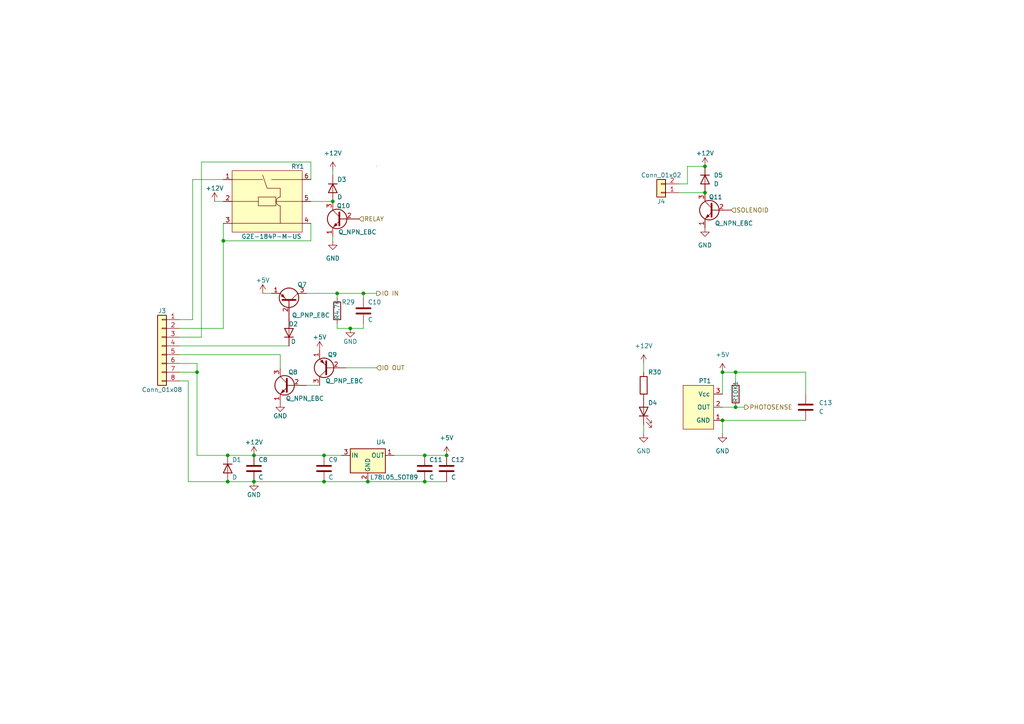
<source format=kicad_sch>
(kicad_sch (version 20211123) (generator eeschema)

  (uuid 8cb04db4-7021-4b01-bea4-9dd70c6b74e3)

  (paper "A4")

  (lib_symbols
    (symbol "Connector_Generic:Conn_01x02" (pin_names (offset 1.016) hide) (in_bom yes) (on_board yes)
      (property "Reference" "J" (id 0) (at 0 2.54 0)
        (effects (font (size 1.27 1.27)))
      )
      (property "Value" "Conn_01x02" (id 1) (at 0 -5.08 0)
        (effects (font (size 1.27 1.27)))
      )
      (property "Footprint" "" (id 2) (at 0 0 0)
        (effects (font (size 1.27 1.27)) hide)
      )
      (property "Datasheet" "~" (id 3) (at 0 0 0)
        (effects (font (size 1.27 1.27)) hide)
      )
      (property "ki_keywords" "connector" (id 4) (at 0 0 0)
        (effects (font (size 1.27 1.27)) hide)
      )
      (property "ki_description" "Generic connector, single row, 01x02, script generated (kicad-library-utils/schlib/autogen/connector/)" (id 5) (at 0 0 0)
        (effects (font (size 1.27 1.27)) hide)
      )
      (property "ki_fp_filters" "Connector*:*_1x??_*" (id 6) (at 0 0 0)
        (effects (font (size 1.27 1.27)) hide)
      )
      (symbol "Conn_01x02_1_1"
        (rectangle (start -1.27 -2.413) (end 0 -2.667)
          (stroke (width 0.1524) (type default) (color 0 0 0 0))
          (fill (type none))
        )
        (rectangle (start -1.27 0.127) (end 0 -0.127)
          (stroke (width 0.1524) (type default) (color 0 0 0 0))
          (fill (type none))
        )
        (rectangle (start -1.27 1.27) (end 1.27 -3.81)
          (stroke (width 0.254) (type default) (color 0 0 0 0))
          (fill (type background))
        )
        (pin passive line (at -5.08 0 0) (length 3.81)
          (name "Pin_1" (effects (font (size 1.27 1.27))))
          (number "1" (effects (font (size 1.27 1.27))))
        )
        (pin passive line (at -5.08 -2.54 0) (length 3.81)
          (name "Pin_2" (effects (font (size 1.27 1.27))))
          (number "2" (effects (font (size 1.27 1.27))))
        )
      )
    )
    (symbol "Connector_Generic:Conn_01x08" (pin_names (offset 1.016) hide) (in_bom yes) (on_board yes)
      (property "Reference" "J" (id 0) (at 0 10.16 0)
        (effects (font (size 1.27 1.27)))
      )
      (property "Value" "Conn_01x08" (id 1) (at 0 -12.7 0)
        (effects (font (size 1.27 1.27)))
      )
      (property "Footprint" "" (id 2) (at 0 0 0)
        (effects (font (size 1.27 1.27)) hide)
      )
      (property "Datasheet" "~" (id 3) (at 0 0 0)
        (effects (font (size 1.27 1.27)) hide)
      )
      (property "ki_keywords" "connector" (id 4) (at 0 0 0)
        (effects (font (size 1.27 1.27)) hide)
      )
      (property "ki_description" "Generic connector, single row, 01x08, script generated (kicad-library-utils/schlib/autogen/connector/)" (id 5) (at 0 0 0)
        (effects (font (size 1.27 1.27)) hide)
      )
      (property "ki_fp_filters" "Connector*:*_1x??_*" (id 6) (at 0 0 0)
        (effects (font (size 1.27 1.27)) hide)
      )
      (symbol "Conn_01x08_1_1"
        (rectangle (start -1.27 -10.033) (end 0 -10.287)
          (stroke (width 0.1524) (type default) (color 0 0 0 0))
          (fill (type none))
        )
        (rectangle (start -1.27 -7.493) (end 0 -7.747)
          (stroke (width 0.1524) (type default) (color 0 0 0 0))
          (fill (type none))
        )
        (rectangle (start -1.27 -4.953) (end 0 -5.207)
          (stroke (width 0.1524) (type default) (color 0 0 0 0))
          (fill (type none))
        )
        (rectangle (start -1.27 -2.413) (end 0 -2.667)
          (stroke (width 0.1524) (type default) (color 0 0 0 0))
          (fill (type none))
        )
        (rectangle (start -1.27 0.127) (end 0 -0.127)
          (stroke (width 0.1524) (type default) (color 0 0 0 0))
          (fill (type none))
        )
        (rectangle (start -1.27 2.667) (end 0 2.413)
          (stroke (width 0.1524) (type default) (color 0 0 0 0))
          (fill (type none))
        )
        (rectangle (start -1.27 5.207) (end 0 4.953)
          (stroke (width 0.1524) (type default) (color 0 0 0 0))
          (fill (type none))
        )
        (rectangle (start -1.27 7.747) (end 0 7.493)
          (stroke (width 0.1524) (type default) (color 0 0 0 0))
          (fill (type none))
        )
        (rectangle (start -1.27 8.89) (end 1.27 -11.43)
          (stroke (width 0.254) (type default) (color 0 0 0 0))
          (fill (type background))
        )
        (pin passive line (at -5.08 7.62 0) (length 3.81)
          (name "Pin_1" (effects (font (size 1.27 1.27))))
          (number "1" (effects (font (size 1.27 1.27))))
        )
        (pin passive line (at -5.08 5.08 0) (length 3.81)
          (name "Pin_2" (effects (font (size 1.27 1.27))))
          (number "2" (effects (font (size 1.27 1.27))))
        )
        (pin passive line (at -5.08 2.54 0) (length 3.81)
          (name "Pin_3" (effects (font (size 1.27 1.27))))
          (number "3" (effects (font (size 1.27 1.27))))
        )
        (pin passive line (at -5.08 0 0) (length 3.81)
          (name "Pin_4" (effects (font (size 1.27 1.27))))
          (number "4" (effects (font (size 1.27 1.27))))
        )
        (pin passive line (at -5.08 -2.54 0) (length 3.81)
          (name "Pin_5" (effects (font (size 1.27 1.27))))
          (number "5" (effects (font (size 1.27 1.27))))
        )
        (pin passive line (at -5.08 -5.08 0) (length 3.81)
          (name "Pin_6" (effects (font (size 1.27 1.27))))
          (number "6" (effects (font (size 1.27 1.27))))
        )
        (pin passive line (at -5.08 -7.62 0) (length 3.81)
          (name "Pin_7" (effects (font (size 1.27 1.27))))
          (number "7" (effects (font (size 1.27 1.27))))
        )
        (pin passive line (at -5.08 -10.16 0) (length 3.81)
          (name "Pin_8" (effects (font (size 1.27 1.27))))
          (number "8" (effects (font (size 1.27 1.27))))
        )
      )
    )
    (symbol "Device:C" (pin_numbers hide) (pin_names (offset 0.254)) (in_bom yes) (on_board yes)
      (property "Reference" "C" (id 0) (at 0.635 2.54 0)
        (effects (font (size 1.27 1.27)) (justify left))
      )
      (property "Value" "C" (id 1) (at 0.635 -2.54 0)
        (effects (font (size 1.27 1.27)) (justify left))
      )
      (property "Footprint" "" (id 2) (at 0.9652 -3.81 0)
        (effects (font (size 1.27 1.27)) hide)
      )
      (property "Datasheet" "~" (id 3) (at 0 0 0)
        (effects (font (size 1.27 1.27)) hide)
      )
      (property "ki_keywords" "cap capacitor" (id 4) (at 0 0 0)
        (effects (font (size 1.27 1.27)) hide)
      )
      (property "ki_description" "Unpolarized capacitor" (id 5) (at 0 0 0)
        (effects (font (size 1.27 1.27)) hide)
      )
      (property "ki_fp_filters" "C_*" (id 6) (at 0 0 0)
        (effects (font (size 1.27 1.27)) hide)
      )
      (symbol "C_0_1"
        (polyline
          (pts
            (xy -2.032 -0.762)
            (xy 2.032 -0.762)
          )
          (stroke (width 0.508) (type default) (color 0 0 0 0))
          (fill (type none))
        )
        (polyline
          (pts
            (xy -2.032 0.762)
            (xy 2.032 0.762)
          )
          (stroke (width 0.508) (type default) (color 0 0 0 0))
          (fill (type none))
        )
      )
      (symbol "C_1_1"
        (pin passive line (at 0 3.81 270) (length 2.794)
          (name "~" (effects (font (size 1.27 1.27))))
          (number "1" (effects (font (size 1.27 1.27))))
        )
        (pin passive line (at 0 -3.81 90) (length 2.794)
          (name "~" (effects (font (size 1.27 1.27))))
          (number "2" (effects (font (size 1.27 1.27))))
        )
      )
    )
    (symbol "Device:D" (pin_numbers hide) (pin_names (offset 1.016) hide) (in_bom yes) (on_board yes)
      (property "Reference" "D" (id 0) (at 0 2.54 0)
        (effects (font (size 1.27 1.27)))
      )
      (property "Value" "D" (id 1) (at 0 -2.54 0)
        (effects (font (size 1.27 1.27)))
      )
      (property "Footprint" "" (id 2) (at 0 0 0)
        (effects (font (size 1.27 1.27)) hide)
      )
      (property "Datasheet" "~" (id 3) (at 0 0 0)
        (effects (font (size 1.27 1.27)) hide)
      )
      (property "ki_keywords" "diode" (id 4) (at 0 0 0)
        (effects (font (size 1.27 1.27)) hide)
      )
      (property "ki_description" "Diode" (id 5) (at 0 0 0)
        (effects (font (size 1.27 1.27)) hide)
      )
      (property "ki_fp_filters" "TO-???* *_Diode_* *SingleDiode* D_*" (id 6) (at 0 0 0)
        (effects (font (size 1.27 1.27)) hide)
      )
      (symbol "D_0_1"
        (polyline
          (pts
            (xy -1.27 1.27)
            (xy -1.27 -1.27)
          )
          (stroke (width 0.254) (type default) (color 0 0 0 0))
          (fill (type none))
        )
        (polyline
          (pts
            (xy 1.27 0)
            (xy -1.27 0)
          )
          (stroke (width 0) (type default) (color 0 0 0 0))
          (fill (type none))
        )
        (polyline
          (pts
            (xy 1.27 1.27)
            (xy 1.27 -1.27)
            (xy -1.27 0)
            (xy 1.27 1.27)
          )
          (stroke (width 0.254) (type default) (color 0 0 0 0))
          (fill (type none))
        )
      )
      (symbol "D_1_1"
        (pin passive line (at -3.81 0 0) (length 2.54)
          (name "K" (effects (font (size 1.27 1.27))))
          (number "1" (effects (font (size 1.27 1.27))))
        )
        (pin passive line (at 3.81 0 180) (length 2.54)
          (name "A" (effects (font (size 1.27 1.27))))
          (number "2" (effects (font (size 1.27 1.27))))
        )
      )
    )
    (symbol "Device:LED" (pin_numbers hide) (pin_names (offset 1.016) hide) (in_bom yes) (on_board yes)
      (property "Reference" "D" (id 0) (at 0 2.54 0)
        (effects (font (size 1.27 1.27)))
      )
      (property "Value" "LED" (id 1) (at 0 -2.54 0)
        (effects (font (size 1.27 1.27)))
      )
      (property "Footprint" "" (id 2) (at 0 0 0)
        (effects (font (size 1.27 1.27)) hide)
      )
      (property "Datasheet" "~" (id 3) (at 0 0 0)
        (effects (font (size 1.27 1.27)) hide)
      )
      (property "ki_keywords" "LED diode" (id 4) (at 0 0 0)
        (effects (font (size 1.27 1.27)) hide)
      )
      (property "ki_description" "Light emitting diode" (id 5) (at 0 0 0)
        (effects (font (size 1.27 1.27)) hide)
      )
      (property "ki_fp_filters" "LED* LED_SMD:* LED_THT:*" (id 6) (at 0 0 0)
        (effects (font (size 1.27 1.27)) hide)
      )
      (symbol "LED_0_1"
        (polyline
          (pts
            (xy -1.27 -1.27)
            (xy -1.27 1.27)
          )
          (stroke (width 0.254) (type default) (color 0 0 0 0))
          (fill (type none))
        )
        (polyline
          (pts
            (xy -1.27 0)
            (xy 1.27 0)
          )
          (stroke (width 0) (type default) (color 0 0 0 0))
          (fill (type none))
        )
        (polyline
          (pts
            (xy 1.27 -1.27)
            (xy 1.27 1.27)
            (xy -1.27 0)
            (xy 1.27 -1.27)
          )
          (stroke (width 0.254) (type default) (color 0 0 0 0))
          (fill (type none))
        )
        (polyline
          (pts
            (xy -3.048 -0.762)
            (xy -4.572 -2.286)
            (xy -3.81 -2.286)
            (xy -4.572 -2.286)
            (xy -4.572 -1.524)
          )
          (stroke (width 0) (type default) (color 0 0 0 0))
          (fill (type none))
        )
        (polyline
          (pts
            (xy -1.778 -0.762)
            (xy -3.302 -2.286)
            (xy -2.54 -2.286)
            (xy -3.302 -2.286)
            (xy -3.302 -1.524)
          )
          (stroke (width 0) (type default) (color 0 0 0 0))
          (fill (type none))
        )
      )
      (symbol "LED_1_1"
        (pin passive line (at -3.81 0 0) (length 2.54)
          (name "K" (effects (font (size 1.27 1.27))))
          (number "1" (effects (font (size 1.27 1.27))))
        )
        (pin passive line (at 3.81 0 180) (length 2.54)
          (name "A" (effects (font (size 1.27 1.27))))
          (number "2" (effects (font (size 1.27 1.27))))
        )
      )
    )
    (symbol "Device:Q_NPN_EBC" (pin_names (offset 0) hide) (in_bom yes) (on_board yes)
      (property "Reference" "Q" (id 0) (at 5.08 1.27 0)
        (effects (font (size 1.27 1.27)) (justify left))
      )
      (property "Value" "Q_NPN_EBC" (id 1) (at 5.08 -1.27 0)
        (effects (font (size 1.27 1.27)) (justify left))
      )
      (property "Footprint" "" (id 2) (at 5.08 2.54 0)
        (effects (font (size 1.27 1.27)) hide)
      )
      (property "Datasheet" "~" (id 3) (at 0 0 0)
        (effects (font (size 1.27 1.27)) hide)
      )
      (property "ki_keywords" "transistor NPN" (id 4) (at 0 0 0)
        (effects (font (size 1.27 1.27)) hide)
      )
      (property "ki_description" "NPN transistor, emitter/base/collector" (id 5) (at 0 0 0)
        (effects (font (size 1.27 1.27)) hide)
      )
      (symbol "Q_NPN_EBC_0_1"
        (polyline
          (pts
            (xy 0.635 0.635)
            (xy 2.54 2.54)
          )
          (stroke (width 0) (type default) (color 0 0 0 0))
          (fill (type none))
        )
        (polyline
          (pts
            (xy 0.635 -0.635)
            (xy 2.54 -2.54)
            (xy 2.54 -2.54)
          )
          (stroke (width 0) (type default) (color 0 0 0 0))
          (fill (type none))
        )
        (polyline
          (pts
            (xy 0.635 1.905)
            (xy 0.635 -1.905)
            (xy 0.635 -1.905)
          )
          (stroke (width 0.508) (type default) (color 0 0 0 0))
          (fill (type none))
        )
        (polyline
          (pts
            (xy 1.27 -1.778)
            (xy 1.778 -1.27)
            (xy 2.286 -2.286)
            (xy 1.27 -1.778)
            (xy 1.27 -1.778)
          )
          (stroke (width 0) (type default) (color 0 0 0 0))
          (fill (type outline))
        )
        (circle (center 1.27 0) (radius 2.8194)
          (stroke (width 0.254) (type default) (color 0 0 0 0))
          (fill (type none))
        )
      )
      (symbol "Q_NPN_EBC_1_1"
        (pin passive line (at 2.54 -5.08 90) (length 2.54)
          (name "E" (effects (font (size 1.27 1.27))))
          (number "1" (effects (font (size 1.27 1.27))))
        )
        (pin passive line (at -5.08 0 0) (length 5.715)
          (name "B" (effects (font (size 1.27 1.27))))
          (number "2" (effects (font (size 1.27 1.27))))
        )
        (pin passive line (at 2.54 5.08 270) (length 2.54)
          (name "C" (effects (font (size 1.27 1.27))))
          (number "3" (effects (font (size 1.27 1.27))))
        )
      )
    )
    (symbol "Device:Q_PNP_EBC" (pin_names (offset 0) hide) (in_bom yes) (on_board yes)
      (property "Reference" "Q" (id 0) (at 5.08 1.27 0)
        (effects (font (size 1.27 1.27)) (justify left))
      )
      (property "Value" "Q_PNP_EBC" (id 1) (at 5.08 -1.27 0)
        (effects (font (size 1.27 1.27)) (justify left))
      )
      (property "Footprint" "" (id 2) (at 5.08 2.54 0)
        (effects (font (size 1.27 1.27)) hide)
      )
      (property "Datasheet" "~" (id 3) (at 0 0 0)
        (effects (font (size 1.27 1.27)) hide)
      )
      (property "ki_keywords" "transistor PNP" (id 4) (at 0 0 0)
        (effects (font (size 1.27 1.27)) hide)
      )
      (property "ki_description" "PNP transistor, emitter/base/collector" (id 5) (at 0 0 0)
        (effects (font (size 1.27 1.27)) hide)
      )
      (symbol "Q_PNP_EBC_0_1"
        (polyline
          (pts
            (xy 0.635 0.635)
            (xy 2.54 2.54)
          )
          (stroke (width 0) (type default) (color 0 0 0 0))
          (fill (type none))
        )
        (polyline
          (pts
            (xy 0.635 -0.635)
            (xy 2.54 -2.54)
            (xy 2.54 -2.54)
          )
          (stroke (width 0) (type default) (color 0 0 0 0))
          (fill (type none))
        )
        (polyline
          (pts
            (xy 0.635 1.905)
            (xy 0.635 -1.905)
            (xy 0.635 -1.905)
          )
          (stroke (width 0.508) (type default) (color 0 0 0 0))
          (fill (type none))
        )
        (polyline
          (pts
            (xy 2.286 -1.778)
            (xy 1.778 -2.286)
            (xy 1.27 -1.27)
            (xy 2.286 -1.778)
            (xy 2.286 -1.778)
          )
          (stroke (width 0) (type default) (color 0 0 0 0))
          (fill (type outline))
        )
        (circle (center 1.27 0) (radius 2.8194)
          (stroke (width 0.254) (type default) (color 0 0 0 0))
          (fill (type none))
        )
      )
      (symbol "Q_PNP_EBC_1_1"
        (pin passive line (at 2.54 -5.08 90) (length 2.54)
          (name "E" (effects (font (size 1.27 1.27))))
          (number "1" (effects (font (size 1.27 1.27))))
        )
        (pin input line (at -5.08 0 0) (length 5.715)
          (name "B" (effects (font (size 1.27 1.27))))
          (number "2" (effects (font (size 1.27 1.27))))
        )
        (pin passive line (at 2.54 5.08 270) (length 2.54)
          (name "C" (effects (font (size 1.27 1.27))))
          (number "3" (effects (font (size 1.27 1.27))))
        )
      )
    )
    (symbol "Device:R" (pin_numbers hide) (pin_names (offset 0)) (in_bom yes) (on_board yes)
      (property "Reference" "R" (id 0) (at 2.032 0 90)
        (effects (font (size 1.27 1.27)))
      )
      (property "Value" "R" (id 1) (at 0 0 90)
        (effects (font (size 1.27 1.27)))
      )
      (property "Footprint" "" (id 2) (at -1.778 0 90)
        (effects (font (size 1.27 1.27)) hide)
      )
      (property "Datasheet" "~" (id 3) (at 0 0 0)
        (effects (font (size 1.27 1.27)) hide)
      )
      (property "ki_keywords" "R res resistor" (id 4) (at 0 0 0)
        (effects (font (size 1.27 1.27)) hide)
      )
      (property "ki_description" "Resistor" (id 5) (at 0 0 0)
        (effects (font (size 1.27 1.27)) hide)
      )
      (property "ki_fp_filters" "R_*" (id 6) (at 0 0 0)
        (effects (font (size 1.27 1.27)) hide)
      )
      (symbol "R_0_1"
        (rectangle (start -1.016 -2.54) (end 1.016 2.54)
          (stroke (width 0.254) (type default) (color 0 0 0 0))
          (fill (type none))
        )
      )
      (symbol "R_1_1"
        (pin passive line (at 0 3.81 270) (length 1.27)
          (name "~" (effects (font (size 1.27 1.27))))
          (number "1" (effects (font (size 1.27 1.27))))
        )
        (pin passive line (at 0 -3.81 90) (length 1.27)
          (name "~" (effects (font (size 1.27 1.27))))
          (number "2" (effects (font (size 1.27 1.27))))
        )
      )
    )
    (symbol "Regulator_Linear:L78L05_SOT89" (pin_names (offset 0.254)) (in_bom yes) (on_board yes)
      (property "Reference" "U" (id 0) (at -3.81 3.175 0)
        (effects (font (size 1.27 1.27)))
      )
      (property "Value" "L78L05_SOT89" (id 1) (at -0.635 3.175 0)
        (effects (font (size 1.27 1.27)) (justify left))
      )
      (property "Footprint" "Package_TO_SOT_SMD:SOT-89-3" (id 2) (at 0 5.08 0)
        (effects (font (size 1.27 1.27) italic) hide)
      )
      (property "Datasheet" "http://www.st.com/content/ccc/resource/technical/document/datasheet/15/55/e5/aa/23/5b/43/fd/CD00000446.pdf/files/CD00000446.pdf/jcr:content/translations/en.CD00000446.pdf" (id 3) (at 0 -1.27 0)
        (effects (font (size 1.27 1.27)) hide)
      )
      (property "ki_keywords" "Voltage Regulator 100mA Positive" (id 4) (at 0 0 0)
        (effects (font (size 1.27 1.27)) hide)
      )
      (property "ki_description" "Positive 100mA 30V Linear Regulator, Fixed Output 5V, SOT-89" (id 5) (at 0 0 0)
        (effects (font (size 1.27 1.27)) hide)
      )
      (property "ki_fp_filters" "SOT?89*" (id 6) (at 0 0 0)
        (effects (font (size 1.27 1.27)) hide)
      )
      (symbol "L78L05_SOT89_0_1"
        (rectangle (start -5.08 1.905) (end 5.08 -5.08)
          (stroke (width 0.254) (type default) (color 0 0 0 0))
          (fill (type background))
        )
      )
      (symbol "L78L05_SOT89_1_1"
        (pin power_out line (at 7.62 0 180) (length 2.54)
          (name "OUT" (effects (font (size 1.27 1.27))))
          (number "1" (effects (font (size 1.27 1.27))))
        )
        (pin power_in line (at 0 -7.62 90) (length 2.54)
          (name "GND" (effects (font (size 1.27 1.27))))
          (number "2" (effects (font (size 1.27 1.27))))
        )
        (pin power_in line (at -7.62 0 0) (length 2.54)
          (name "IN" (effects (font (size 1.27 1.27))))
          (number "3" (effects (font (size 1.27 1.27))))
        )
      )
    )
    (symbol "power:+12V" (power) (pin_names (offset 0)) (in_bom yes) (on_board yes)
      (property "Reference" "#PWR" (id 0) (at 0 -3.81 0)
        (effects (font (size 1.27 1.27)) hide)
      )
      (property "Value" "+12V" (id 1) (at 0 3.556 0)
        (effects (font (size 1.27 1.27)))
      )
      (property "Footprint" "" (id 2) (at 0 0 0)
        (effects (font (size 1.27 1.27)) hide)
      )
      (property "Datasheet" "" (id 3) (at 0 0 0)
        (effects (font (size 1.27 1.27)) hide)
      )
      (property "ki_keywords" "power-flag" (id 4) (at 0 0 0)
        (effects (font (size 1.27 1.27)) hide)
      )
      (property "ki_description" "Power symbol creates a global label with name \"+12V\"" (id 5) (at 0 0 0)
        (effects (font (size 1.27 1.27)) hide)
      )
      (symbol "+12V_0_1"
        (polyline
          (pts
            (xy -0.762 1.27)
            (xy 0 2.54)
          )
          (stroke (width 0) (type default) (color 0 0 0 0))
          (fill (type none))
        )
        (polyline
          (pts
            (xy 0 0)
            (xy 0 2.54)
          )
          (stroke (width 0) (type default) (color 0 0 0 0))
          (fill (type none))
        )
        (polyline
          (pts
            (xy 0 2.54)
            (xy 0.762 1.27)
          )
          (stroke (width 0) (type default) (color 0 0 0 0))
          (fill (type none))
        )
      )
      (symbol "+12V_1_1"
        (pin power_in line (at 0 0 90) (length 0) hide
          (name "+12V" (effects (font (size 1.27 1.27))))
          (number "1" (effects (font (size 1.27 1.27))))
        )
      )
    )
    (symbol "power:+5V" (power) (pin_names (offset 0)) (in_bom yes) (on_board yes)
      (property "Reference" "#PWR" (id 0) (at 0 -3.81 0)
        (effects (font (size 1.27 1.27)) hide)
      )
      (property "Value" "+5V" (id 1) (at 0 3.556 0)
        (effects (font (size 1.27 1.27)))
      )
      (property "Footprint" "" (id 2) (at 0 0 0)
        (effects (font (size 1.27 1.27)) hide)
      )
      (property "Datasheet" "" (id 3) (at 0 0 0)
        (effects (font (size 1.27 1.27)) hide)
      )
      (property "ki_keywords" "power-flag" (id 4) (at 0 0 0)
        (effects (font (size 1.27 1.27)) hide)
      )
      (property "ki_description" "Power symbol creates a global label with name \"+5V\"" (id 5) (at 0 0 0)
        (effects (font (size 1.27 1.27)) hide)
      )
      (symbol "+5V_0_1"
        (polyline
          (pts
            (xy -0.762 1.27)
            (xy 0 2.54)
          )
          (stroke (width 0) (type default) (color 0 0 0 0))
          (fill (type none))
        )
        (polyline
          (pts
            (xy 0 0)
            (xy 0 2.54)
          )
          (stroke (width 0) (type default) (color 0 0 0 0))
          (fill (type none))
        )
        (polyline
          (pts
            (xy 0 2.54)
            (xy 0.762 1.27)
          )
          (stroke (width 0) (type default) (color 0 0 0 0))
          (fill (type none))
        )
      )
      (symbol "+5V_1_1"
        (pin power_in line (at 0 0 90) (length 0) hide
          (name "+5V" (effects (font (size 1.27 1.27))))
          (number "1" (effects (font (size 1.27 1.27))))
        )
      )
    )
    (symbol "power:GND" (power) (pin_names (offset 0)) (in_bom yes) (on_board yes)
      (property "Reference" "#PWR" (id 0) (at 0 -6.35 0)
        (effects (font (size 1.27 1.27)) hide)
      )
      (property "Value" "GND" (id 1) (at 0 -3.81 0)
        (effects (font (size 1.27 1.27)))
      )
      (property "Footprint" "" (id 2) (at 0 0 0)
        (effects (font (size 1.27 1.27)) hide)
      )
      (property "Datasheet" "" (id 3) (at 0 0 0)
        (effects (font (size 1.27 1.27)) hide)
      )
      (property "ki_keywords" "power-flag" (id 4) (at 0 0 0)
        (effects (font (size 1.27 1.27)) hide)
      )
      (property "ki_description" "Power symbol creates a global label with name \"GND\" , ground" (id 5) (at 0 0 0)
        (effects (font (size 1.27 1.27)) hide)
      )
      (symbol "GND_0_1"
        (polyline
          (pts
            (xy 0 0)
            (xy 0 -1.27)
            (xy 1.27 -1.27)
            (xy 0 -2.54)
            (xy -1.27 -1.27)
            (xy 0 -1.27)
          )
          (stroke (width 0) (type default) (color 0 0 0 0))
          (fill (type none))
        )
      )
      (symbol "GND_1_1"
        (pin power_in line (at 0 0 270) (length 0) hide
          (name "GND" (effects (font (size 1.27 1.27))))
          (number "1" (effects (font (size 1.27 1.27))))
        )
      )
    )
    (symbol "symbols:G2E-184P-M-US" (pin_names (offset 1)) (in_bom yes) (on_board yes)
      (property "Reference" "RY" (id 0) (at 6.35 10.16 0)
        (effects (font (size 1.27 1.27)))
      )
      (property "Value" "G2E-184P-M-US" (id 1) (at 0 -10.16 0)
        (effects (font (size 1.27 1.27)))
      )
      (property "Footprint" "" (id 2) (at 0 0 0)
        (effects (font (size 1.27 1.27)) hide)
      )
      (property "Datasheet" "" (id 3) (at 0 0 0)
        (effects (font (size 1.27 1.27)) hide)
      )
      (symbol "G2E-184P-M-US_0_1"
        (rectangle (start -10.16 8.89) (end 10.16 -8.89)
          (stroke (width 0) (type default) (color 0 0 0 0))
          (fill (type background))
        )
        (polyline
          (pts
            (xy -10.16 -6.35)
            (xy 10.16 -6.35)
          )
          (stroke (width 0) (type default) (color 0 0 0 0))
          (fill (type none))
        )
        (polyline
          (pts
            (xy -10.16 6.35)
            (xy -1.27 6.35)
          )
          (stroke (width 0) (type default) (color 0 0 0 0))
          (fill (type none))
        )
        (polyline
          (pts
            (xy 1.27 6.35)
            (xy 10.16 6.35)
          )
          (stroke (width 0) (type default) (color 0 0 0 0))
          (fill (type none))
        )
        (polyline
          (pts
            (xy 3.81 -1.27)
            (xy 3.81 -6.35)
          )
          (stroke (width 0) (type default) (color 0 0 0 0))
          (fill (type none))
        )
        (polyline
          (pts
            (xy -2.54 0)
            (xy -2.54 -1.27)
            (xy 2.54 -1.27)
            (xy 2.54 0)
          )
          (stroke (width 0) (type default) (color 0 0 0 0))
          (fill (type none))
        )
        (polyline
          (pts
            (xy -1.27 7.62)
            (xy 0 3.81)
            (xy 3.81 3.81)
            (xy 3.81 1.27)
          )
          (stroke (width 0) (type default) (color 0 0 0 0))
          (fill (type none))
        )
        (polyline
          (pts
            (xy 10.16 0)
            (xy 2.54 0)
            (xy 2.54 1.27)
            (xy -2.54 1.27)
            (xy -2.54 0)
            (xy -10.16 0)
          )
          (stroke (width 0) (type default) (color 0 0 0 0))
          (fill (type none))
        )
        (arc (start 3.81 1.27) (mid 2.4481 0) (end 3.81 -1.27)
          (stroke (width 0) (type default) (color 0 0 0 0))
          (fill (type none))
        )
        (rectangle (start 31.75 10.16) (end 31.75 10.16)
          (stroke (width 0) (type default) (color 0 0 0 0))
          (fill (type none))
        )
      )
      (symbol "G2E-184P-M-US_1_1"
        (pin bidirectional line (at -12.7 6.35 0) (length 2.54)
          (name "" (effects (font (size 1.27 1.27))))
          (number "1" (effects (font (size 1.27 1.27))))
        )
        (pin bidirectional line (at -12.7 0 0) (length 2.54)
          (name "" (effects (font (size 1.27 1.27))))
          (number "2" (effects (font (size 1.27 1.27))))
        )
        (pin bidirectional line (at -12.7 -6.35 0) (length 2.54)
          (name "" (effects (font (size 1.27 1.27))))
          (number "3" (effects (font (size 1.27 1.27))))
        )
        (pin bidirectional line (at 12.7 -6.35 180) (length 2.54)
          (name "" (effects (font (size 1.27 1.27))))
          (number "4" (effects (font (size 1.27 1.27))))
        )
        (pin bidirectional line (at 12.7 0 180) (length 2.54)
          (name "" (effects (font (size 1.27 1.27))))
          (number "5" (effects (font (size 1.27 1.27))))
        )
        (pin bidirectional line (at 12.7 6.35 180) (length 2.54)
          (name "" (effects (font (size 1.27 1.27))))
          (number "6" (effects (font (size 1.27 1.27))))
        )
      )
    )
    (symbol "symbols:Photoswitch" (pin_names (offset 1)) (in_bom yes) (on_board yes)
      (property "Reference" "PT" (id 0) (at 0 7.62 0)
        (effects (font (size 1.27 1.27)))
      )
      (property "Value" "Photoswitch" (id 1) (at -3.81 -7.62 0)
        (effects (font (size 1.27 1.27)))
      )
      (property "Footprint" "" (id 2) (at 0 0 0)
        (effects (font (size 1.27 1.27)) hide)
      )
      (property "Datasheet" "" (id 3) (at 0 0 0)
        (effects (font (size 1.27 1.27)) hide)
      )
      (symbol "Photoswitch_0_1"
        (rectangle (start -7.62 6.35) (end 1.27 -6.35)
          (stroke (width 0) (type default) (color 0 0 0 0))
          (fill (type background))
        )
      )
      (symbol "Photoswitch_1_1"
        (pin input line (at -10.16 3.81 0) (length 2.54)
          (name "GND" (effects (font (size 1.27 1.27))))
          (number "1" (effects (font (size 1.27 1.27))))
        )
        (pin open_collector line (at -10.16 0 0) (length 2.54)
          (name "OUT" (effects (font (size 1.27 1.27))))
          (number "2" (effects (font (size 1.27 1.27))))
        )
        (pin input line (at -10.16 -3.81 0) (length 2.54)
          (name "Vcc" (effects (font (size 1.27 1.27))))
          (number "3" (effects (font (size 1.27 1.27))))
        )
      )
    )
  )


  (junction (at 209.55 107.95) (diameter 0) (color 0 0 0 0)
    (uuid 041dd78d-9ddc-49a8-9068-a6f6cc915a0b)
  )
  (junction (at 204.47 48.26) (diameter 0) (color 0 0 0 0)
    (uuid 1b86ffa2-bfe7-4957-8922-7504395e125f)
  )
  (junction (at 66.04 132.08) (diameter 0) (color 0 0 0 0)
    (uuid 235acee1-ef8f-4323-afc6-5b0a97c47fb0)
  )
  (junction (at 123.19 132.08) (diameter 0) (color 0 0 0 0)
    (uuid 255f5730-02a3-47b3-a689-ede26dccc3c2)
  )
  (junction (at 209.55 121.92) (diameter 0) (color 0 0 0 0)
    (uuid 333be995-87b9-4b78-91b0-65b04e41166f)
  )
  (junction (at 101.6 95.25) (diameter 0) (color 0 0 0 0)
    (uuid 3e80eb00-9ca5-4568-86ca-7735d2d9cdaa)
  )
  (junction (at 213.36 118.11) (diameter 0) (color 0 0 0 0)
    (uuid 468443c2-14de-4441-8337-623e37267895)
  )
  (junction (at 213.36 107.95) (diameter 0) (color 0 0 0 0)
    (uuid 51f66861-46b4-4b4b-b796-2b26003e7de3)
  )
  (junction (at 93.98 139.7) (diameter 0) (color 0 0 0 0)
    (uuid 6b38e96d-eca6-408b-baaa-eb80c92844d7)
  )
  (junction (at 66.04 139.7) (diameter 0) (color 0 0 0 0)
    (uuid 91ab6d8f-f378-4e36-a9af-1bfcb9f7dbd6)
  )
  (junction (at 123.19 139.7) (diameter 0) (color 0 0 0 0)
    (uuid 9f0bd58a-8ec5-4a4f-91a3-b94c0968f5bb)
  )
  (junction (at 64.77 69.85) (diameter 0) (color 0 0 0 0)
    (uuid 9fb398dc-b9a3-492d-b6c7-f69f28c13301)
  )
  (junction (at 93.98 132.08) (diameter 0) (color 0 0 0 0)
    (uuid ab7d64e3-fc67-4e3b-9248-4bf8bb63b8fb)
  )
  (junction (at 204.47 55.88) (diameter 0) (color 0 0 0 0)
    (uuid bb13556f-4555-4d38-80a1-05ceef83ec56)
  )
  (junction (at 105.41 85.09) (diameter 0) (color 0 0 0 0)
    (uuid bd7fd639-9215-4224-9fc7-3a7781f5ceb9)
  )
  (junction (at 96.52 58.42) (diameter 0) (color 0 0 0 0)
    (uuid c88e8bce-beea-4c5b-8c10-f726f1beb882)
  )
  (junction (at 129.54 132.08) (diameter 0) (color 0 0 0 0)
    (uuid c9bfdf8d-d566-4193-a09e-c91dbb39697d)
  )
  (junction (at 73.66 139.7) (diameter 0) (color 0 0 0 0)
    (uuid dcc4c630-6f4d-4720-9ddb-03fc56b17e28)
  )
  (junction (at 97.79 85.09) (diameter 0) (color 0 0 0 0)
    (uuid e3f4b16e-6781-4eaf-be21-2e9afba875fb)
  )
  (junction (at 57.15 107.95) (diameter 0) (color 0 0 0 0)
    (uuid e7fc908a-b1bd-460d-95d3-36c5bdc08de2)
  )
  (junction (at 106.68 139.7) (diameter 0) (color 0 0 0 0)
    (uuid f3003f56-3294-4126-b438-081175802911)
  )
  (junction (at 73.66 132.08) (diameter 0) (color 0 0 0 0)
    (uuid f6c32433-8ff1-48e9-a2ec-b1bcf3525d8d)
  )

  (wire (pts (xy 66.04 139.7) (xy 73.66 139.7))
    (stroke (width 0) (type default) (color 0 0 0 0))
    (uuid 02e760d2-5f7b-4bfe-b478-8fd846d6070d)
  )
  (wire (pts (xy 114.3 132.08) (xy 123.19 132.08))
    (stroke (width 0) (type default) (color 0 0 0 0))
    (uuid 0759c516-7275-48ac-aa8c-f273b822e309)
  )
  (wire (pts (xy 93.98 139.7) (xy 106.68 139.7))
    (stroke (width 0) (type default) (color 0 0 0 0))
    (uuid 09f6d9ff-2533-49fa-b336-6afb4475c9cd)
  )
  (wire (pts (xy 209.55 121.92) (xy 209.55 125.73))
    (stroke (width 0) (type default) (color 0 0 0 0))
    (uuid 0dada5e3-d715-44aa-bedf-af9832dd7b9c)
  )
  (wire (pts (xy 233.68 107.95) (xy 233.68 114.3))
    (stroke (width 0) (type default) (color 0 0 0 0))
    (uuid 10a0cc31-f160-4bdb-a02e-31924d744ade)
  )
  (wire (pts (xy 123.19 132.08) (xy 129.54 132.08))
    (stroke (width 0) (type default) (color 0 0 0 0))
    (uuid 131568ab-b30d-44a4-a5a2-acf414aa5a73)
  )
  (wire (pts (xy 105.41 85.09) (xy 109.22 85.09))
    (stroke (width 0) (type default) (color 0 0 0 0))
    (uuid 1504b552-2875-41f4-b844-89da48c00eab)
  )
  (wire (pts (xy 88.9 85.09) (xy 97.79 85.09))
    (stroke (width 0) (type default) (color 0 0 0 0))
    (uuid 1a8c18ea-42e7-48e5-b3a5-65d6900db033)
  )
  (wire (pts (xy 73.66 132.08) (xy 93.98 132.08))
    (stroke (width 0) (type default) (color 0 0 0 0))
    (uuid 1da22e8b-466d-4291-ae65-7c8ad08a586f)
  )
  (wire (pts (xy 64.77 69.85) (xy 64.77 95.25))
    (stroke (width 0) (type default) (color 0 0 0 0))
    (uuid 2125b83c-c2c7-4bcf-bc9a-4b643624b68e)
  )
  (wire (pts (xy 57.15 105.41) (xy 57.15 107.95))
    (stroke (width 0) (type default) (color 0 0 0 0))
    (uuid 224a7381-c749-4654-8a03-11a51beb8dc7)
  )
  (wire (pts (xy 209.55 118.11) (xy 213.36 118.11))
    (stroke (width 0) (type default) (color 0 0 0 0))
    (uuid 346fecdd-bd2f-4c33-8950-49a2e79784e9)
  )
  (wire (pts (xy 209.55 121.92) (xy 233.68 121.92))
    (stroke (width 0) (type default) (color 0 0 0 0))
    (uuid 356945fa-767f-4dad-800d-c2695af0d915)
  )
  (wire (pts (xy 88.9 111.76) (xy 92.71 111.76))
    (stroke (width 0) (type default) (color 0 0 0 0))
    (uuid 3644daf4-a8f0-4457-b1a9-3f0edf933280)
  )
  (wire (pts (xy 90.17 58.42) (xy 96.52 58.42))
    (stroke (width 0) (type default) (color 0 0 0 0))
    (uuid 3952c9f9-7dad-49cd-869f-2d25c0610a2e)
  )
  (wire (pts (xy 97.79 95.25) (xy 101.6 95.25))
    (stroke (width 0) (type default) (color 0 0 0 0))
    (uuid 3d46964f-4c4c-4898-b95f-02b75f80e4c6)
  )
  (wire (pts (xy 90.17 69.85) (xy 64.77 69.85))
    (stroke (width 0) (type default) (color 0 0 0 0))
    (uuid 3dc31418-5df1-485b-a92c-845982b60a4d)
  )
  (wire (pts (xy 54.61 139.7) (xy 66.04 139.7))
    (stroke (width 0) (type default) (color 0 0 0 0))
    (uuid 3f1e067d-0417-4117-8969-ba1caa916f96)
  )
  (wire (pts (xy 52.07 97.79) (xy 58.42 97.79))
    (stroke (width 0) (type default) (color 0 0 0 0))
    (uuid 40288ed8-7397-4dca-930e-f106b1bc3224)
  )
  (wire (pts (xy 213.36 118.11) (xy 215.9 118.11))
    (stroke (width 0) (type default) (color 0 0 0 0))
    (uuid 4c9f89c4-eb9b-4816-90d2-7135655f327a)
  )
  (wire (pts (xy 58.42 97.79) (xy 58.42 46.99))
    (stroke (width 0) (type default) (color 0 0 0 0))
    (uuid 50ac0013-1cf1-4822-ba5f-b03f5b499d4c)
  )
  (wire (pts (xy 54.61 110.49) (xy 54.61 139.7))
    (stroke (width 0) (type default) (color 0 0 0 0))
    (uuid 530e4544-80d5-4a0e-9091-cc1c6f1194bd)
  )
  (wire (pts (xy 196.85 53.34) (xy 199.39 53.34))
    (stroke (width 0) (type default) (color 0 0 0 0))
    (uuid 53c523f2-9973-4da8-90b2-cc03496cbe4f)
  )
  (wire (pts (xy 90.17 46.99) (xy 90.17 52.07))
    (stroke (width 0) (type default) (color 0 0 0 0))
    (uuid 6105ee1e-95ed-4bc5-b424-6395237ffa72)
  )
  (wire (pts (xy 52.07 107.95) (xy 57.15 107.95))
    (stroke (width 0) (type default) (color 0 0 0 0))
    (uuid 62b3f5b1-38d9-4a47-9529-6460c6b7677b)
  )
  (wire (pts (xy 52.07 92.71) (xy 55.88 92.71))
    (stroke (width 0) (type default) (color 0 0 0 0))
    (uuid 62f9c7da-ac72-405b-a167-16494ad830d2)
  )
  (wire (pts (xy 196.85 55.88) (xy 204.47 55.88))
    (stroke (width 0) (type default) (color 0 0 0 0))
    (uuid 64a6876f-4b2d-4e70-a976-589c89b25aee)
  )
  (wire (pts (xy 90.17 64.77) (xy 90.17 69.85))
    (stroke (width 0) (type default) (color 0 0 0 0))
    (uuid 673af49d-7fcb-4edb-b890-e417877a0c9b)
  )
  (wire (pts (xy 101.6 95.25) (xy 105.41 95.25))
    (stroke (width 0) (type default) (color 0 0 0 0))
    (uuid 69f574c7-c994-49b8-b3de-cf3568e11526)
  )
  (wire (pts (xy 97.79 85.09) (xy 105.41 85.09))
    (stroke (width 0) (type default) (color 0 0 0 0))
    (uuid 78576db1-4eea-44a8-b2ff-060f30de2130)
  )
  (wire (pts (xy 62.23 58.42) (xy 64.77 58.42))
    (stroke (width 0) (type default) (color 0 0 0 0))
    (uuid 78c83910-9a15-43ad-8f34-c5d1809300ba)
  )
  (wire (pts (xy 199.39 53.34) (xy 199.39 48.26))
    (stroke (width 0) (type default) (color 0 0 0 0))
    (uuid 7d975ccc-a395-481b-b2d9-b4c9c61d430d)
  )
  (wire (pts (xy 96.52 49.53) (xy 96.52 50.8))
    (stroke (width 0) (type default) (color 0 0 0 0))
    (uuid 7f0ce788-372c-4891-8b79-e502fa0d79e1)
  )
  (wire (pts (xy 97.79 85.09) (xy 97.79 86.36))
    (stroke (width 0) (type default) (color 0 0 0 0))
    (uuid 7f351302-c321-4191-92a0-a760bc646903)
  )
  (wire (pts (xy 52.07 100.33) (xy 83.82 100.33))
    (stroke (width 0) (type default) (color 0 0 0 0))
    (uuid 81c2ae7a-e48b-428c-bf14-8d2a2fb1ea36)
  )
  (wire (pts (xy 52.07 95.25) (xy 64.77 95.25))
    (stroke (width 0) (type default) (color 0 0 0 0))
    (uuid 85b9374d-1bae-4367-8014-343155093275)
  )
  (wire (pts (xy 105.41 85.09) (xy 105.41 86.36))
    (stroke (width 0) (type default) (color 0 0 0 0))
    (uuid 8f79fcb6-ad22-4430-a23e-53f3b8b70e50)
  )
  (wire (pts (xy 106.68 139.7) (xy 123.19 139.7))
    (stroke (width 0) (type default) (color 0 0 0 0))
    (uuid a4bcdb33-00f4-4452-b569-73d914929483)
  )
  (wire (pts (xy 66.04 132.08) (xy 73.66 132.08))
    (stroke (width 0) (type default) (color 0 0 0 0))
    (uuid b2c742e9-9588-4bfa-9c96-5e26b43317ed)
  )
  (wire (pts (xy 64.77 69.85) (xy 64.77 64.77))
    (stroke (width 0) (type default) (color 0 0 0 0))
    (uuid b3a31c63-07d5-4036-8886-f0ad85fc9a92)
  )
  (wire (pts (xy 76.2 85.09) (xy 78.74 85.09))
    (stroke (width 0) (type default) (color 0 0 0 0))
    (uuid b671f495-ff5e-4d25-b0c0-8b0a97b50436)
  )
  (wire (pts (xy 52.07 102.87) (xy 81.28 102.87))
    (stroke (width 0) (type default) (color 0 0 0 0))
    (uuid bbcbc8cd-68cd-407f-b6e0-c2e6e1973c47)
  )
  (wire (pts (xy 186.69 123.19) (xy 186.69 125.73))
    (stroke (width 0) (type default) (color 0 0 0 0))
    (uuid bd09dcc6-ebb7-47e2-9130-5c111fa3055b)
  )
  (wire (pts (xy 52.07 105.41) (xy 57.15 105.41))
    (stroke (width 0) (type default) (color 0 0 0 0))
    (uuid c1686bb9-7a96-4a4e-89ea-3629de8e795c)
  )
  (wire (pts (xy 105.41 93.98) (xy 105.41 95.25))
    (stroke (width 0) (type default) (color 0 0 0 0))
    (uuid c1d31ab1-215c-432c-a08c-15a9bc21b108)
  )
  (wire (pts (xy 57.15 107.95) (xy 57.15 132.08))
    (stroke (width 0) (type default) (color 0 0 0 0))
    (uuid c486d72b-4c7f-43ec-9e47-a3040da9d87d)
  )
  (wire (pts (xy 73.66 139.7) (xy 93.98 139.7))
    (stroke (width 0) (type default) (color 0 0 0 0))
    (uuid c5bb3c99-0105-4756-ad4c-9bb47db20fcd)
  )
  (wire (pts (xy 58.42 46.99) (xy 90.17 46.99))
    (stroke (width 0) (type default) (color 0 0 0 0))
    (uuid c6d31074-1d55-48ee-8d2a-60eae1b07c1b)
  )
  (wire (pts (xy 81.28 102.87) (xy 81.28 106.68))
    (stroke (width 0) (type default) (color 0 0 0 0))
    (uuid cafbea09-c3c9-4c02-9581-ef0ed18a8551)
  )
  (wire (pts (xy 97.79 93.98) (xy 97.79 95.25))
    (stroke (width 0) (type default) (color 0 0 0 0))
    (uuid cff03781-765e-41e6-bc07-47b74afbb698)
  )
  (wire (pts (xy 55.88 92.71) (xy 55.88 52.07))
    (stroke (width 0) (type default) (color 0 0 0 0))
    (uuid d7c95595-6a61-46fd-a785-260da1a8368e)
  )
  (wire (pts (xy 123.19 139.7) (xy 129.54 139.7))
    (stroke (width 0) (type default) (color 0 0 0 0))
    (uuid d9670c05-1361-4c26-9b3a-5f08260a17a1)
  )
  (wire (pts (xy 213.36 107.95) (xy 213.36 110.49))
    (stroke (width 0) (type default) (color 0 0 0 0))
    (uuid db0effdb-7453-4904-b480-a6f7201ab38e)
  )
  (wire (pts (xy 52.07 110.49) (xy 54.61 110.49))
    (stroke (width 0) (type default) (color 0 0 0 0))
    (uuid dc862605-e191-4ed3-b9f7-840ce0c44620)
  )
  (wire (pts (xy 209.55 107.95) (xy 213.36 107.95))
    (stroke (width 0) (type default) (color 0 0 0 0))
    (uuid de9ec067-bd35-49ff-8270-89b29724edb1)
  )
  (wire (pts (xy 55.88 52.07) (xy 64.77 52.07))
    (stroke (width 0) (type default) (color 0 0 0 0))
    (uuid deeef4e1-c8f9-435a-8b69-2659d4170875)
  )
  (wire (pts (xy 100.33 106.68) (xy 109.22 106.68))
    (stroke (width 0) (type default) (color 0 0 0 0))
    (uuid df28f45d-efeb-41cf-91f1-30aab9befe49)
  )
  (wire (pts (xy 57.15 132.08) (xy 66.04 132.08))
    (stroke (width 0) (type default) (color 0 0 0 0))
    (uuid e5d5a8d5-8bcb-40b8-a50a-d31e5ffa004e)
  )
  (wire (pts (xy 199.39 48.26) (xy 204.47 48.26))
    (stroke (width 0) (type default) (color 0 0 0 0))
    (uuid e7f3f1e4-4dde-437e-908f-bd16fc4cbef7)
  )
  (wire (pts (xy 93.98 132.08) (xy 99.06 132.08))
    (stroke (width 0) (type default) (color 0 0 0 0))
    (uuid e834040c-b9de-436e-af4b-2b3a5d2ee312)
  )
  (wire (pts (xy 213.36 107.95) (xy 233.68 107.95))
    (stroke (width 0) (type default) (color 0 0 0 0))
    (uuid eac7feb7-b62d-46cf-a816-fb8aa1d8baf6)
  )
  (wire (pts (xy 209.55 114.3) (xy 209.55 107.95))
    (stroke (width 0) (type default) (color 0 0 0 0))
    (uuid eb171305-3a61-477c-9935-f916db33b501)
  )
  (wire (pts (xy 96.52 68.58) (xy 96.52 69.85))
    (stroke (width 0) (type default) (color 0 0 0 0))
    (uuid f96e6426-ede3-4b80-866a-e08cc5755297)
  )
  (wire (pts (xy 186.69 105.41) (xy 186.69 107.95))
    (stroke (width 0) (type default) (color 0 0 0 0))
    (uuid fbb26145-3ae8-4801-a652-abf6d10f5313)
  )

  (hierarchical_label "SOLENOID" (shape input) (at 212.09 60.96 0)
    (effects (font (size 1.27 1.27)) (justify left))
    (uuid 3b733009-6707-4a46-9abe-8f7f3769255d)
  )
  (hierarchical_label "RELAY" (shape input) (at 104.14 63.5 0)
    (effects (font (size 1.27 1.27)) (justify left))
    (uuid 62d1abee-f133-40d4-8e5a-ca9d28becda6)
  )
  (hierarchical_label "IO IN" (shape output) (at 109.22 85.09 0)
    (effects (font (size 1.27 1.27)) (justify left))
    (uuid 6b5d2c66-4d59-4992-996a-5eff2266e4ae)
  )
  (hierarchical_label "PHOTOSENSE" (shape output) (at 215.9 118.11 0)
    (effects (font (size 1.27 1.27)) (justify left))
    (uuid f24c1785-91c6-4157-97c2-997afd9a901e)
  )
  (hierarchical_label "IO OUT" (shape input) (at 109.22 106.68 0)
    (effects (font (size 1.27 1.27)) (justify left))
    (uuid ff40f358-20d7-48ce-8794-ddf458aa7387)
  )

  (symbol (lib_id "power:GND") (at 81.28 116.84 0) (unit 1)
    (in_bom yes) (on_board yes)
    (uuid 078bdf12-6f8c-4710-8a9d-f6862828b93d)
    (property "Reference" "#PWR0142" (id 0) (at 81.28 123.19 0)
      (effects (font (size 1.27 1.27)) hide)
    )
    (property "Value" "GND" (id 1) (at 81.28 120.65 0))
    (property "Footprint" "" (id 2) (at 81.28 116.84 0)
      (effects (font (size 1.27 1.27)) hide)
    )
    (property "Datasheet" "" (id 3) (at 81.28 116.84 0)
      (effects (font (size 1.27 1.27)) hide)
    )
    (pin "1" (uuid 4b7a77d6-0546-482a-856d-f3957602af6c))
  )

  (symbol (lib_id "Device:Q_PNP_EBC") (at 83.82 87.63 270) (mirror x) (unit 1)
    (in_bom yes) (on_board yes)
    (uuid 09e3cc1d-d697-4c84-8873-8d4699909e26)
    (property "Reference" "Q7" (id 0) (at 87.63 82.55 90))
    (property "Value" "Q_PNP_EBC" (id 1) (at 90.17 91.44 90))
    (property "Footprint" "" (id 2) (at 86.36 82.55 0)
      (effects (font (size 1.27 1.27)) hide)
    )
    (property "Datasheet" "~" (id 3) (at 83.82 87.63 0)
      (effects (font (size 1.27 1.27)) hide)
    )
    (pin "1" (uuid 833b2797-3c72-42da-84ad-7d3c0e627c47))
    (pin "2" (uuid 5bf46871-828d-43e6-97ee-21ef54de22de))
    (pin "3" (uuid a1629c6e-2066-44cc-b685-ae34a46c7316))
  )

  (symbol (lib_id "Device:C") (at 233.68 118.11 0) (unit 1)
    (in_bom yes) (on_board yes) (fields_autoplaced)
    (uuid 0bfe28d3-b792-4c09-8e00-68ab25c92b54)
    (property "Reference" "C13" (id 0) (at 237.49 116.8399 0)
      (effects (font (size 1.27 1.27)) (justify left))
    )
    (property "Value" "C" (id 1) (at 237.49 119.3799 0)
      (effects (font (size 1.27 1.27)) (justify left))
    )
    (property "Footprint" "" (id 2) (at 234.6452 121.92 0)
      (effects (font (size 1.27 1.27)) hide)
    )
    (property "Datasheet" "~" (id 3) (at 233.68 118.11 0)
      (effects (font (size 1.27 1.27)) hide)
    )
    (pin "1" (uuid 2a930fe9-6ce0-4e07-8d33-aa3ae51fc86e))
    (pin "2" (uuid d238ceaf-862c-4bbd-b42c-4cbbd499dcbc))
  )

  (symbol (lib_id "Device:C") (at 73.66 135.89 0) (unit 1)
    (in_bom yes) (on_board yes)
    (uuid 1a82b7e4-b8af-4b05-963f-f5aa799f193e)
    (property "Reference" "C8" (id 0) (at 74.93 133.35 0)
      (effects (font (size 1.27 1.27)) (justify left))
    )
    (property "Value" "C" (id 1) (at 74.93 138.43 0)
      (effects (font (size 1.27 1.27)) (justify left))
    )
    (property "Footprint" "" (id 2) (at 74.6252 139.7 0)
      (effects (font (size 1.27 1.27)) hide)
    )
    (property "Datasheet" "~" (id 3) (at 73.66 135.89 0)
      (effects (font (size 1.27 1.27)) hide)
    )
    (pin "1" (uuid 89dd6202-1917-4248-9dbd-99515aa60047))
    (pin "2" (uuid 01a3e1ed-d0bf-4058-83ed-c1500f42f193))
  )

  (symbol (lib_id "power:+5V") (at 209.55 107.95 0) (unit 1)
    (in_bom yes) (on_board yes) (fields_autoplaced)
    (uuid 1a98c54d-9c73-473e-9011-4735bdbd8b17)
    (property "Reference" "#PWR0128" (id 0) (at 209.55 111.76 0)
      (effects (font (size 1.27 1.27)) hide)
    )
    (property "Value" "" (id 1) (at 209.55 102.87 0))
    (property "Footprint" "" (id 2) (at 209.55 107.95 0)
      (effects (font (size 1.27 1.27)) hide)
    )
    (property "Datasheet" "" (id 3) (at 209.55 107.95 0)
      (effects (font (size 1.27 1.27)) hide)
    )
    (pin "1" (uuid 2046b8a5-6886-46b7-b997-0878199b31b5))
  )

  (symbol (lib_id "Device:R") (at 97.79 90.17 0) (unit 1)
    (in_bom yes) (on_board yes)
    (uuid 1bfe3b9b-41d6-4595-a6b0-935c1a0a5899)
    (property "Reference" "R29" (id 0) (at 99.06 87.63 0)
      (effects (font (size 1.27 1.27)) (justify left))
    )
    (property "Value" "R4.7K" (id 1) (at 97.79 92.71 90)
      (effects (font (size 1.27 1.27)) (justify left))
    )
    (property "Footprint" "" (id 2) (at 96.012 90.17 90)
      (effects (font (size 1.27 1.27)) hide)
    )
    (property "Datasheet" "~" (id 3) (at 97.79 90.17 0)
      (effects (font (size 1.27 1.27)) hide)
    )
    (pin "1" (uuid 119177c8-9258-499d-ae51-59c61030a926))
    (pin "2" (uuid 756d9a55-2d33-4235-9b25-883039ceafa9))
  )

  (symbol (lib_id "Connector_Generic:Conn_01x02") (at 191.77 55.88 180) (unit 1)
    (in_bom yes) (on_board yes)
    (uuid 1f80d04f-7ff8-4846-b6e3-31ecde8a348f)
    (property "Reference" "J4" (id 0) (at 191.77 58.42 0))
    (property "Value" "Conn_01x02" (id 1) (at 191.77 50.8 0))
    (property "Footprint" "" (id 2) (at 191.77 55.88 0)
      (effects (font (size 1.27 1.27)) hide)
    )
    (property "Datasheet" "~" (id 3) (at 191.77 55.88 0)
      (effects (font (size 1.27 1.27)) hide)
    )
    (pin "1" (uuid ca739544-019f-4962-8193-2cca9e3e905f))
    (pin "2" (uuid 5393a8eb-d309-43f7-8fdd-18cc864fb205))
  )

  (symbol (lib_id "Device:D") (at 204.47 52.07 270) (unit 1)
    (in_bom yes) (on_board yes) (fields_autoplaced)
    (uuid 225d7ba8-7cbb-4895-9041-b1f4a7cf9ca5)
    (property "Reference" "D5" (id 0) (at 207.01 50.7999 90)
      (effects (font (size 1.27 1.27)) (justify left))
    )
    (property "Value" "D" (id 1) (at 207.01 53.3399 90)
      (effects (font (size 1.27 1.27)) (justify left))
    )
    (property "Footprint" "" (id 2) (at 204.47 52.07 0)
      (effects (font (size 1.27 1.27)) hide)
    )
    (property "Datasheet" "~" (id 3) (at 204.47 52.07 0)
      (effects (font (size 1.27 1.27)) hide)
    )
    (pin "1" (uuid a23cdbcd-45f9-4aee-9c19-9a51f0792571))
    (pin "2" (uuid 36587679-7d13-4d9c-a590-8906c24a9fb1))
  )

  (symbol (lib_id "power:+12V") (at 96.52 49.53 0) (unit 1)
    (in_bom yes) (on_board yes) (fields_autoplaced)
    (uuid 243747ee-94a4-43df-a3d2-1914c60023b8)
    (property "Reference" "#PWR0141" (id 0) (at 96.52 53.34 0)
      (effects (font (size 1.27 1.27)) hide)
    )
    (property "Value" "+12V" (id 1) (at 96.52 44.45 0))
    (property "Footprint" "" (id 2) (at 96.52 49.53 0)
      (effects (font (size 1.27 1.27)) hide)
    )
    (property "Datasheet" "" (id 3) (at 96.52 49.53 0)
      (effects (font (size 1.27 1.27)) hide)
    )
    (pin "1" (uuid 8aa1ee17-88fb-49b0-9671-37e52177c9dc))
  )

  (symbol (lib_id "Device:C") (at 123.19 135.89 0) (unit 1)
    (in_bom yes) (on_board yes)
    (uuid 24be687e-1890-48ba-b311-46b5681d66a9)
    (property "Reference" "C11" (id 0) (at 124.46 133.35 0)
      (effects (font (size 1.27 1.27)) (justify left))
    )
    (property "Value" "C" (id 1) (at 124.46 138.43 0)
      (effects (font (size 1.27 1.27)) (justify left))
    )
    (property "Footprint" "" (id 2) (at 124.1552 139.7 0)
      (effects (font (size 1.27 1.27)) hide)
    )
    (property "Datasheet" "~" (id 3) (at 123.19 135.89 0)
      (effects (font (size 1.27 1.27)) hide)
    )
    (pin "1" (uuid 165db73b-779e-44de-90b6-4fb65817128d))
    (pin "2" (uuid fc900eef-d55e-45db-b12c-9a32de08dc1b))
  )

  (symbol (lib_id "power:GND") (at 73.66 139.7 0) (unit 1)
    (in_bom yes) (on_board yes)
    (uuid 29c868a5-2372-44f5-9036-45b1458f48b2)
    (property "Reference" "#PWR0135" (id 0) (at 73.66 146.05 0)
      (effects (font (size 1.27 1.27)) hide)
    )
    (property "Value" "GND" (id 1) (at 73.66 143.51 0))
    (property "Footprint" "" (id 2) (at 73.66 139.7 0)
      (effects (font (size 1.27 1.27)) hide)
    )
    (property "Datasheet" "" (id 3) (at 73.66 139.7 0)
      (effects (font (size 1.27 1.27)) hide)
    )
    (pin "1" (uuid b49fcc8d-0ee7-4fdf-8da3-c8ad1f39bce5))
  )

  (symbol (lib_id "power:GND") (at 209.55 125.73 0) (unit 1)
    (in_bom yes) (on_board yes) (fields_autoplaced)
    (uuid 2ca6bf58-00d5-4612-8511-f4e204c118b8)
    (property "Reference" "#PWR0133" (id 0) (at 209.55 132.08 0)
      (effects (font (size 1.27 1.27)) hide)
    )
    (property "Value" "" (id 1) (at 209.55 130.81 0))
    (property "Footprint" "" (id 2) (at 209.55 125.73 0)
      (effects (font (size 1.27 1.27)) hide)
    )
    (property "Datasheet" "" (id 3) (at 209.55 125.73 0)
      (effects (font (size 1.27 1.27)) hide)
    )
    (pin "1" (uuid 65bd3ced-9c07-41a8-966b-97cac6e60d2b))
  )

  (symbol (lib_id "Regulator_Linear:L78L05_SOT89") (at 106.68 132.08 0) (unit 1)
    (in_bom yes) (on_board yes)
    (uuid 33c0f6f6-7c74-48b1-8678-fa4eef604602)
    (property "Reference" "U4" (id 0) (at 110.49 128.27 0))
    (property "Value" "L78L05_SOT89" (id 1) (at 114.3 138.43 0))
    (property "Footprint" "Package_TO_SOT_SMD:SOT-89-3" (id 2) (at 106.68 127 0)
      (effects (font (size 1.27 1.27) italic) hide)
    )
    (property "Datasheet" "http://www.st.com/content/ccc/resource/technical/document/datasheet/15/55/e5/aa/23/5b/43/fd/CD00000446.pdf/files/CD00000446.pdf/jcr:content/translations/en.CD00000446.pdf" (id 3) (at 106.68 133.35 0)
      (effects (font (size 1.27 1.27)) hide)
    )
    (pin "1" (uuid cbda7669-483e-468c-aa4d-1ce866f95e65))
    (pin "2" (uuid 39bb7dfe-dfff-42ed-9e5c-f6a99e46d3fa))
    (pin "3" (uuid caac0d93-ea19-496a-81fa-f277b41553f0))
  )

  (symbol (lib_id "Device:R") (at 186.69 111.76 0) (unit 1)
    (in_bom yes) (on_board yes)
    (uuid 3fcc7eb4-b27f-4d53-9786-bcd19a0d701c)
    (property "Reference" "R30" (id 0) (at 187.96 107.95 0)
      (effects (font (size 1.27 1.27)) (justify left))
    )
    (property "Value" "" (id 1) (at 186.69 114.3 90)
      (effects (font (size 1.27 1.27)) (justify left))
    )
    (property "Footprint" "" (id 2) (at 184.912 111.76 90)
      (effects (font (size 1.27 1.27)) hide)
    )
    (property "Datasheet" "~" (id 3) (at 186.69 111.76 0)
      (effects (font (size 1.27 1.27)) hide)
    )
    (pin "1" (uuid 332611d8-84b5-49ec-bd68-435162ae09f8))
    (pin "2" (uuid bcf815a1-f746-4f38-9def-7e463542b704))
  )

  (symbol (lib_id "symbols:Photoswitch") (at 199.39 118.11 180) (unit 1)
    (in_bom yes) (on_board yes)
    (uuid 50e8970f-915f-4c96-acbe-d3248af2db0f)
    (property "Reference" "PT1" (id 0) (at 204.47 110.49 0))
    (property "Value" "" (id 1) (at 201.93 125.73 0))
    (property "Footprint" "" (id 2) (at 199.39 118.11 0)
      (effects (font (size 1.27 1.27)) hide)
    )
    (property "Datasheet" "" (id 3) (at 199.39 118.11 0)
      (effects (font (size 1.27 1.27)) hide)
    )
    (pin "1" (uuid 4bc47787-9c65-4c60-9150-5f8c570ce0f2))
    (pin "2" (uuid a3c22789-585e-4850-b9ee-5efcd423d87c))
    (pin "3" (uuid b13382a3-efd2-4e71-ae0e-b79b4eb8d0e8))
  )

  (symbol (lib_id "Device:Q_NPN_EBC") (at 83.82 111.76 0) (mirror y) (unit 1)
    (in_bom yes) (on_board yes)
    (uuid 50ef5ce2-636c-4e74-a7a8-db399bc4be17)
    (property "Reference" "Q8" (id 0) (at 86.36 107.95 0)
      (effects (font (size 1.27 1.27)) (justify left))
    )
    (property "Value" "Q_NPN_EBC" (id 1) (at 93.98 115.57 0)
      (effects (font (size 1.27 1.27)) (justify left))
    )
    (property "Footprint" "" (id 2) (at 78.74 109.22 0)
      (effects (font (size 1.27 1.27)) hide)
    )
    (property "Datasheet" "~" (id 3) (at 83.82 111.76 0)
      (effects (font (size 1.27 1.27)) hide)
    )
    (pin "1" (uuid 4807daa0-cb80-45c0-91ae-addaf60de9b8))
    (pin "2" (uuid 5872bf95-949d-471d-825b-1362a58bce56))
    (pin "3" (uuid b49c6f3f-4c56-41fb-b7be-a91c76faf371))
  )

  (symbol (lib_id "power:+12V") (at 73.66 132.08 0) (unit 1)
    (in_bom yes) (on_board yes)
    (uuid 53f82794-b5d5-4e20-92a4-aaf583990d58)
    (property "Reference" "#PWR0143" (id 0) (at 73.66 135.89 0)
      (effects (font (size 1.27 1.27)) hide)
    )
    (property "Value" "+12V" (id 1) (at 73.66 128.27 0))
    (property "Footprint" "" (id 2) (at 73.66 132.08 0)
      (effects (font (size 1.27 1.27)) hide)
    )
    (property "Datasheet" "" (id 3) (at 73.66 132.08 0)
      (effects (font (size 1.27 1.27)) hide)
    )
    (pin "1" (uuid 18c3cdd1-239d-4fe7-96ec-6d143e517ad3))
  )

  (symbol (lib_id "power:+5V") (at 129.54 132.08 0) (unit 1)
    (in_bom yes) (on_board yes) (fields_autoplaced)
    (uuid 587f0736-8780-46c6-b7ee-ff0b23edd199)
    (property "Reference" "#PWR0134" (id 0) (at 129.54 135.89 0)
      (effects (font (size 1.27 1.27)) hide)
    )
    (property "Value" "+5V" (id 1) (at 129.54 127 0))
    (property "Footprint" "" (id 2) (at 129.54 132.08 0)
      (effects (font (size 1.27 1.27)) hide)
    )
    (property "Datasheet" "" (id 3) (at 129.54 132.08 0)
      (effects (font (size 1.27 1.27)) hide)
    )
    (pin "1" (uuid 235b8077-29b1-44a6-8bf2-7e6bf89ce563))
  )

  (symbol (lib_id "power:+12V") (at 186.69 105.41 0) (unit 1)
    (in_bom yes) (on_board yes) (fields_autoplaced)
    (uuid 5a45a50d-fab0-42d0-8d31-1d1b3f25740e)
    (property "Reference" "#PWR0129" (id 0) (at 186.69 109.22 0)
      (effects (font (size 1.27 1.27)) hide)
    )
    (property "Value" "" (id 1) (at 186.69 100.33 0))
    (property "Footprint" "" (id 2) (at 186.69 105.41 0)
      (effects (font (size 1.27 1.27)) hide)
    )
    (property "Datasheet" "" (id 3) (at 186.69 105.41 0)
      (effects (font (size 1.27 1.27)) hide)
    )
    (pin "1" (uuid f7d2bc8e-3e55-4f1b-b5c7-200c9827b16f))
  )

  (symbol (lib_id "Device:R") (at 213.36 114.3 0) (unit 1)
    (in_bom yes) (on_board yes)
    (uuid 7197fd0d-aa7b-4526-9e20-3d9361871526)
    (property "Reference" "R10K1" (id 0) (at 213.36 116.84 90)
      (effects (font (size 1.27 1.27)) (justify left))
    )
    (property "Value" "" (id 1) (at 214.63 116.84 0)
      (effects (font (size 1.27 1.27)) (justify left))
    )
    (property "Footprint" "" (id 2) (at 211.582 114.3 90)
      (effects (font (size 1.27 1.27)) hide)
    )
    (property "Datasheet" "~" (id 3) (at 213.36 114.3 0)
      (effects (font (size 1.27 1.27)) hide)
    )
    (pin "1" (uuid 06cce89d-04f4-4143-b160-dfc82663bbce))
    (pin "2" (uuid 06631180-ef7a-4d86-9e33-fc236b801540))
  )

  (symbol (lib_id "Device:C") (at 105.41 90.17 0) (unit 1)
    (in_bom yes) (on_board yes)
    (uuid 77179ab8-01ae-4b73-bb52-4ecfd9fc11ec)
    (property "Reference" "C10" (id 0) (at 106.68 87.63 0)
      (effects (font (size 1.27 1.27)) (justify left))
    )
    (property "Value" "C" (id 1) (at 106.68 92.71 0)
      (effects (font (size 1.27 1.27)) (justify left))
    )
    (property "Footprint" "" (id 2) (at 106.3752 93.98 0)
      (effects (font (size 1.27 1.27)) hide)
    )
    (property "Datasheet" "~" (id 3) (at 105.41 90.17 0)
      (effects (font (size 1.27 1.27)) hide)
    )
    (pin "1" (uuid 367a7dca-8c4e-4bcc-99e3-e9b5aa5eb814))
    (pin "2" (uuid 470163b2-bf8a-499a-a3e8-c1185162d122))
  )

  (symbol (lib_id "power:GND") (at 101.6 95.25 0) (unit 1)
    (in_bom yes) (on_board yes)
    (uuid 77890ba7-397f-4dd3-92c8-da5f1110509f)
    (property "Reference" "#PWR0137" (id 0) (at 101.6 101.6 0)
      (effects (font (size 1.27 1.27)) hide)
    )
    (property "Value" "GND" (id 1) (at 101.6 99.06 0))
    (property "Footprint" "" (id 2) (at 101.6 95.25 0)
      (effects (font (size 1.27 1.27)) hide)
    )
    (property "Datasheet" "" (id 3) (at 101.6 95.25 0)
      (effects (font (size 1.27 1.27)) hide)
    )
    (pin "1" (uuid 55c98bd2-ed91-4824-ab27-3dccd565e57d))
  )

  (symbol (lib_id "Device:Q_PNP_EBC") (at 95.25 106.68 180) (unit 1)
    (in_bom yes) (on_board yes)
    (uuid 835bd096-0985-4ab3-8ebd-bc7e49a5b6c8)
    (property "Reference" "Q9" (id 0) (at 97.79 102.87 0)
      (effects (font (size 1.27 1.27)) (justify left))
    )
    (property "Value" "Q_PNP_EBC" (id 1) (at 105.41 110.49 0)
      (effects (font (size 1.27 1.27)) (justify left))
    )
    (property "Footprint" "" (id 2) (at 90.17 109.22 0)
      (effects (font (size 1.27 1.27)) hide)
    )
    (property "Datasheet" "~" (id 3) (at 95.25 106.68 0)
      (effects (font (size 1.27 1.27)) hide)
    )
    (pin "1" (uuid 311bcd27-bf6c-4e00-8dfd-ed66968eb54d))
    (pin "2" (uuid 747cfc13-bc21-4197-8bda-7745297cc463))
    (pin "3" (uuid 5bcb4e7f-78d0-4e05-bfc1-1c68bf3912c2))
  )

  (symbol (lib_id "power:+12V") (at 62.23 58.42 0) (unit 1)
    (in_bom yes) (on_board yes)
    (uuid 8ac8a32c-e663-47dc-9e34-f0128426cc42)
    (property "Reference" "#PWR0140" (id 0) (at 62.23 62.23 0)
      (effects (font (size 1.27 1.27)) hide)
    )
    (property "Value" "+12V" (id 1) (at 62.23 54.61 0))
    (property "Footprint" "" (id 2) (at 62.23 58.42 0)
      (effects (font (size 1.27 1.27)) hide)
    )
    (property "Datasheet" "" (id 3) (at 62.23 58.42 0)
      (effects (font (size 1.27 1.27)) hide)
    )
    (pin "1" (uuid 630b5503-bc1f-40ef-b4d6-6c768474bd7b))
  )

  (symbol (lib_id "Device:D") (at 96.52 54.61 270) (unit 1)
    (in_bom yes) (on_board yes)
    (uuid 8ed2a755-efe1-45c3-98ce-3e4c90afc0e4)
    (property "Reference" "D3" (id 0) (at 97.79 52.07 90)
      (effects (font (size 1.27 1.27)) (justify left))
    )
    (property "Value" "D" (id 1) (at 97.79 57.15 90)
      (effects (font (size 1.27 1.27)) (justify left))
    )
    (property "Footprint" "" (id 2) (at 96.52 54.61 0)
      (effects (font (size 1.27 1.27)) hide)
    )
    (property "Datasheet" "~" (id 3) (at 96.52 54.61 0)
      (effects (font (size 1.27 1.27)) hide)
    )
    (pin "1" (uuid af134f42-e2e2-4be7-a68c-0224c5c02c43))
    (pin "2" (uuid 609db5da-9700-4f69-8ca9-daa24cc417dc))
  )

  (symbol (lib_id "power:GND") (at 96.52 69.85 0) (unit 1)
    (in_bom yes) (on_board yes) (fields_autoplaced)
    (uuid 9bb8eff6-5656-4f47-9c92-c50b7dcff4cf)
    (property "Reference" "#PWR0136" (id 0) (at 96.52 76.2 0)
      (effects (font (size 1.27 1.27)) hide)
    )
    (property "Value" "GND" (id 1) (at 96.52 74.93 0))
    (property "Footprint" "" (id 2) (at 96.52 69.85 0)
      (effects (font (size 1.27 1.27)) hide)
    )
    (property "Datasheet" "" (id 3) (at 96.52 69.85 0)
      (effects (font (size 1.27 1.27)) hide)
    )
    (pin "1" (uuid 2479829c-1819-46f5-a575-8d005c4f1b79))
  )

  (symbol (lib_id "Device:C") (at 93.98 135.89 0) (unit 1)
    (in_bom yes) (on_board yes)
    (uuid a750ee8f-2dae-49dc-b01a-6522669f80d4)
    (property "Reference" "C9" (id 0) (at 95.25 133.35 0)
      (effects (font (size 1.27 1.27)) (justify left))
    )
    (property "Value" "C" (id 1) (at 95.25 138.43 0)
      (effects (font (size 1.27 1.27)) (justify left))
    )
    (property "Footprint" "" (id 2) (at 94.9452 139.7 0)
      (effects (font (size 1.27 1.27)) hide)
    )
    (property "Datasheet" "~" (id 3) (at 93.98 135.89 0)
      (effects (font (size 1.27 1.27)) hide)
    )
    (pin "1" (uuid 092b5cd4-612a-4a74-95d3-1440e73da670))
    (pin "2" (uuid 0195e064-fdbc-45cb-9e59-1446c8843118))
  )

  (symbol (lib_id "Device:D") (at 83.82 96.52 90) (unit 1)
    (in_bom yes) (on_board yes)
    (uuid b5a21b42-d62f-48a7-a3a9-eb46548be99e)
    (property "Reference" "D2" (id 0) (at 85.09 93.98 90))
    (property "Value" "D" (id 1) (at 85.09 99.06 90))
    (property "Footprint" "" (id 2) (at 83.82 96.52 0)
      (effects (font (size 1.27 1.27)) hide)
    )
    (property "Datasheet" "~" (id 3) (at 83.82 96.52 0)
      (effects (font (size 1.27 1.27)) hide)
    )
    (pin "1" (uuid 9487553d-85d3-47dc-a421-fb2414838347))
    (pin "2" (uuid d8ca90da-4a58-46b0-b816-d77b42f81d3c))
  )

  (symbol (lib_id "power:GND") (at 186.69 125.73 0) (unit 1)
    (in_bom yes) (on_board yes) (fields_autoplaced)
    (uuid c3258d9f-b9e3-46c9-933d-07899ff310ea)
    (property "Reference" "#PWR0130" (id 0) (at 186.69 132.08 0)
      (effects (font (size 1.27 1.27)) hide)
    )
    (property "Value" "" (id 1) (at 186.69 130.81 0))
    (property "Footprint" "" (id 2) (at 186.69 125.73 0)
      (effects (font (size 1.27 1.27)) hide)
    )
    (property "Datasheet" "" (id 3) (at 186.69 125.73 0)
      (effects (font (size 1.27 1.27)) hide)
    )
    (pin "1" (uuid 69aa7986-7fd3-4cc2-94d4-bc7ff393b84f))
  )

  (symbol (lib_id "Device:C") (at 129.54 135.89 0) (unit 1)
    (in_bom yes) (on_board yes)
    (uuid c494a566-f9d0-493a-9b3e-38f294e22012)
    (property "Reference" "C12" (id 0) (at 130.81 133.35 0)
      (effects (font (size 1.27 1.27)) (justify left))
    )
    (property "Value" "C" (id 1) (at 130.81 138.43 0)
      (effects (font (size 1.27 1.27)) (justify left))
    )
    (property "Footprint" "" (id 2) (at 130.5052 139.7 0)
      (effects (font (size 1.27 1.27)) hide)
    )
    (property "Datasheet" "~" (id 3) (at 129.54 135.89 0)
      (effects (font (size 1.27 1.27)) hide)
    )
    (pin "1" (uuid 4fd453f5-290e-4c39-a87c-e6e3b32b189f))
    (pin "2" (uuid 93df9c51-adf0-4afd-bed9-90c995a04559))
  )

  (symbol (lib_id "power:+12V") (at 204.47 48.26 0) (unit 1)
    (in_bom yes) (on_board yes)
    (uuid c573fad3-8642-4481-b3e8-21eda10ec0cf)
    (property "Reference" "#PWR0131" (id 0) (at 204.47 52.07 0)
      (effects (font (size 1.27 1.27)) hide)
    )
    (property "Value" "+12V" (id 1) (at 204.47 44.45 0))
    (property "Footprint" "" (id 2) (at 204.47 48.26 0)
      (effects (font (size 1.27 1.27)) hide)
    )
    (property "Datasheet" "" (id 3) (at 204.47 48.26 0)
      (effects (font (size 1.27 1.27)) hide)
    )
    (pin "1" (uuid 429c556f-3e0b-4b57-afe4-f96f58dbe813))
  )

  (symbol (lib_id "Device:Q_NPN_EBC") (at 207.01 60.96 0) (mirror y) (unit 1)
    (in_bom yes) (on_board yes)
    (uuid c58c4e1f-d866-45a0-8ced-36f1f36c83d8)
    (property "Reference" "Q11" (id 0) (at 209.55 57.15 0)
      (effects (font (size 1.27 1.27)) (justify left))
    )
    (property "Value" "Q_NPN_EBC" (id 1) (at 218.44 64.77 0)
      (effects (font (size 1.27 1.27)) (justify left))
    )
    (property "Footprint" "" (id 2) (at 201.93 58.42 0)
      (effects (font (size 1.27 1.27)) hide)
    )
    (property "Datasheet" "~" (id 3) (at 207.01 60.96 0)
      (effects (font (size 1.27 1.27)) hide)
    )
    (pin "1" (uuid ad86a769-03be-4076-ac93-a7df3e7534e8))
    (pin "2" (uuid 79d95763-0b14-4bc0-bae3-6a94aeccf282))
    (pin "3" (uuid b86fbd75-2315-4d38-9597-d2b920842356))
  )

  (symbol (lib_id "Device:D") (at 66.04 135.89 270) (unit 1)
    (in_bom yes) (on_board yes)
    (uuid cbc47910-9856-4ed4-9176-f5de6957d6a9)
    (property "Reference" "D1" (id 0) (at 67.31 133.35 90)
      (effects (font (size 1.27 1.27)) (justify left))
    )
    (property "Value" "D" (id 1) (at 67.31 138.43 90)
      (effects (font (size 1.27 1.27)) (justify left))
    )
    (property "Footprint" "" (id 2) (at 66.04 135.89 0)
      (effects (font (size 1.27 1.27)) hide)
    )
    (property "Datasheet" "~" (id 3) (at 66.04 135.89 0)
      (effects (font (size 1.27 1.27)) hide)
    )
    (pin "1" (uuid 898831df-adae-467b-81a2-ae5133a6d256))
    (pin "2" (uuid c7629e3d-3bb4-48a8-a5ed-73ab5e7d132b))
  )

  (symbol (lib_id "Device:Q_NPN_EBC") (at 99.06 63.5 0) (mirror y) (unit 1)
    (in_bom yes) (on_board yes)
    (uuid d9d375e4-f02a-45fd-ba4b-898f36be2d52)
    (property "Reference" "Q10" (id 0) (at 101.6 59.69 0)
      (effects (font (size 1.27 1.27)) (justify left))
    )
    (property "Value" "Q_NPN_EBC" (id 1) (at 109.22 67.31 0)
      (effects (font (size 1.27 1.27)) (justify left))
    )
    (property "Footprint" "" (id 2) (at 93.98 60.96 0)
      (effects (font (size 1.27 1.27)) hide)
    )
    (property "Datasheet" "~" (id 3) (at 99.06 63.5 0)
      (effects (font (size 1.27 1.27)) hide)
    )
    (pin "1" (uuid c68e0518-67b3-41bb-9b21-7abff1d5dca4))
    (pin "2" (uuid 053f325a-5fb3-45c2-a2ae-f4664f294604))
    (pin "3" (uuid 12612d93-13fa-4d43-ac1d-848d794843bc))
  )

  (symbol (lib_id "Device:LED") (at 186.69 119.38 90) (unit 1)
    (in_bom yes) (on_board yes)
    (uuid da969ff3-2e96-4051-b495-092066a1f058)
    (property "Reference" "D4" (id 0) (at 187.96 116.84 90)
      (effects (font (size 1.27 1.27)) (justify right))
    )
    (property "Value" "" (id 1) (at 189.23 120.65 90)
      (effects (font (size 1.27 1.27)) (justify right))
    )
    (property "Footprint" "" (id 2) (at 186.69 119.38 0)
      (effects (font (size 1.27 1.27)) hide)
    )
    (property "Datasheet" "~" (id 3) (at 186.69 119.38 0)
      (effects (font (size 1.27 1.27)) hide)
    )
    (pin "1" (uuid 6fc9e621-fc55-439a-bdeb-d0cf22896cf6))
    (pin "2" (uuid 6be59a6f-9bbd-4b50-a316-8375b66bb382))
  )

  (symbol (lib_id "Connector_Generic:Conn_01x08") (at 46.99 100.33 0) (mirror y) (unit 1)
    (in_bom yes) (on_board yes)
    (uuid dff3e4b0-3b95-494e-8f66-7886362bf9ca)
    (property "Reference" "J3" (id 0) (at 46.99 90.17 0))
    (property "Value" "Conn_01x08" (id 1) (at 46.99 113.03 0))
    (property "Footprint" "" (id 2) (at 46.99 100.33 0)
      (effects (font (size 1.27 1.27)) hide)
    )
    (property "Datasheet" "~" (id 3) (at 46.99 100.33 0)
      (effects (font (size 1.27 1.27)) hide)
    )
    (pin "1" (uuid c8e22e15-f934-4ea3-b6af-1f750b7a71fb))
    (pin "2" (uuid 9cd2288a-68ac-476f-9ccf-0d5b2bf6334c))
    (pin "3" (uuid 0d3ed800-e4fc-438e-8515-1b0d23766b99))
    (pin "4" (uuid 851df3f4-6f24-4640-8820-c45a5fbd9b24))
    (pin "5" (uuid 3be6ac57-9a39-4e15-a218-a71e6d8dbd27))
    (pin "6" (uuid b87fe6de-b7fd-4630-9162-81fd839df91f))
    (pin "7" (uuid 5e5abf01-5686-432a-9538-179a25c1cb03))
    (pin "8" (uuid 697e2892-eb64-4150-aa73-cde6e7716c4f))
  )

  (symbol (lib_id "symbols:G2E-184P-M-US") (at 77.47 58.42 0) (unit 1)
    (in_bom yes) (on_board yes)
    (uuid e254a9cf-b1e0-488c-bee6-be6141cb84fb)
    (property "Reference" "RY1" (id 0) (at 86.36 48.26 0))
    (property "Value" "G2E-184P-M-US" (id 1) (at 78.74 68.58 0))
    (property "Footprint" "" (id 2) (at 77.47 58.42 0)
      (effects (font (size 1.27 1.27)) hide)
    )
    (property "Datasheet" "" (id 3) (at 77.47 58.42 0)
      (effects (font (size 1.27 1.27)) hide)
    )
    (pin "1" (uuid cace8eb8-7e98-4552-9b76-226e2432fdb2))
    (pin "2" (uuid 3f49d776-244f-4b0b-b770-b6c65fa8e735))
    (pin "3" (uuid e47b0854-cd99-4618-91b2-c8251a9d19cd))
    (pin "4" (uuid 2dd26e2e-9eca-443b-836b-332d97aada26))
    (pin "5" (uuid 995452f3-704b-409b-bde2-10c4da0f160c))
    (pin "6" (uuid 991281b9-188f-4ce1-a2df-79c26bd0ac8f))
  )

  (symbol (lib_id "power:GND") (at 204.47 66.04 0) (unit 1)
    (in_bom yes) (on_board yes) (fields_autoplaced)
    (uuid e7392bde-dade-496e-b3f4-065c98247cfd)
    (property "Reference" "#PWR0132" (id 0) (at 204.47 72.39 0)
      (effects (font (size 1.27 1.27)) hide)
    )
    (property "Value" "GND" (id 1) (at 204.47 71.12 0))
    (property "Footprint" "" (id 2) (at 204.47 66.04 0)
      (effects (font (size 1.27 1.27)) hide)
    )
    (property "Datasheet" "" (id 3) (at 204.47 66.04 0)
      (effects (font (size 1.27 1.27)) hide)
    )
    (pin "1" (uuid d6a45217-fefa-4a23-826e-85e319bf26f9))
  )

  (symbol (lib_id "power:+5V") (at 92.71 101.6 0) (unit 1)
    (in_bom yes) (on_board yes)
    (uuid f3468358-9cee-4fab-8b3d-4c2a01f285cf)
    (property "Reference" "#PWR0138" (id 0) (at 92.71 105.41 0)
      (effects (font (size 1.27 1.27)) hide)
    )
    (property "Value" "+5V" (id 1) (at 92.71 97.79 0))
    (property "Footprint" "" (id 2) (at 92.71 101.6 0)
      (effects (font (size 1.27 1.27)) hide)
    )
    (property "Datasheet" "" (id 3) (at 92.71 101.6 0)
      (effects (font (size 1.27 1.27)) hide)
    )
    (pin "1" (uuid 5e14925a-c7c8-4575-8341-79f4d2e63a52))
  )

  (symbol (lib_id "power:+5V") (at 76.2 85.09 0) (unit 1)
    (in_bom yes) (on_board yes)
    (uuid fd62bec7-fc5e-4087-89a1-a2669341f7d2)
    (property "Reference" "#PWR0139" (id 0) (at 76.2 88.9 0)
      (effects (font (size 1.27 1.27)) hide)
    )
    (property "Value" "+5V" (id 1) (at 76.2 81.28 0))
    (property "Footprint" "" (id 2) (at 76.2 85.09 0)
      (effects (font (size 1.27 1.27)) hide)
    )
    (property "Datasheet" "" (id 3) (at 76.2 85.09 0)
      (effects (font (size 1.27 1.27)) hide)
    )
    (pin "1" (uuid 599721df-57d4-472b-a5f7-386ca7c32cd3))
  )
)

</source>
